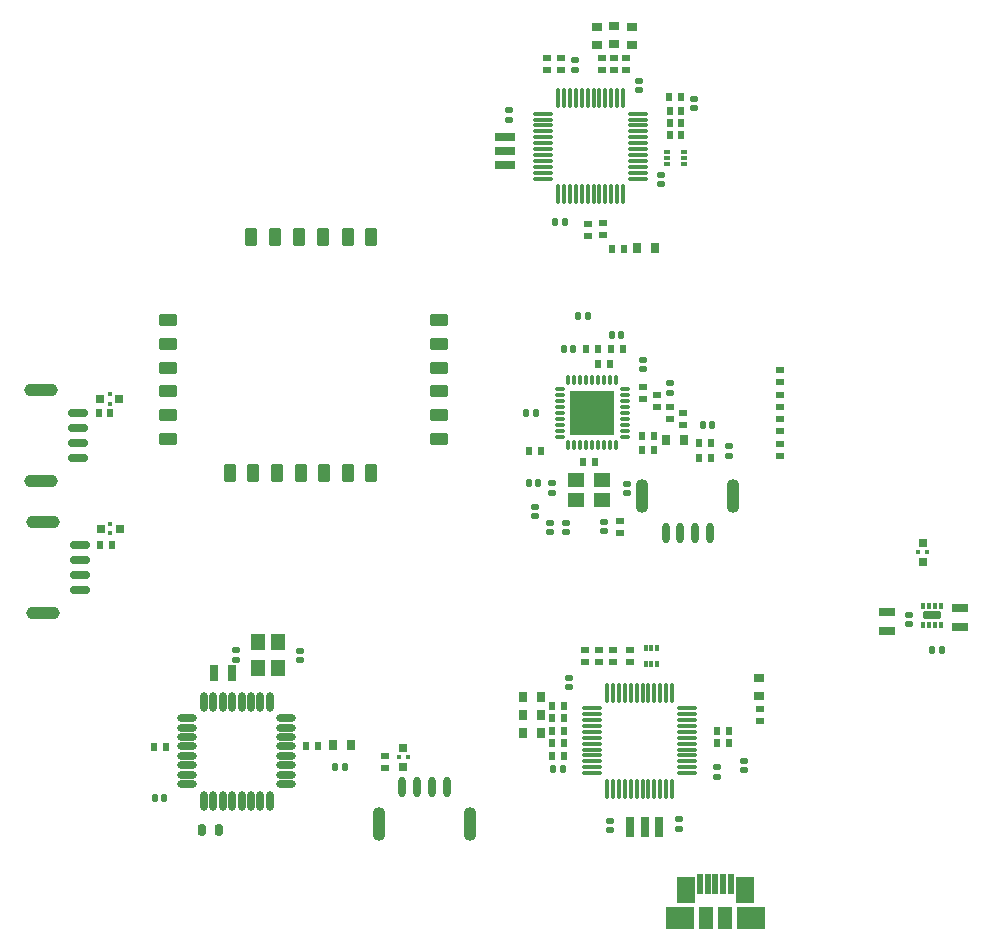
<source format=gbp>
G04 Layer_Color=128*
%FSLAX42Y42*%
%MOMM*%
G71*
G01*
G75*
%ADD95R,0.56X0.66*%
%ADD96R,0.66X0.56*%
G04:AMPARAMS|DCode=97|XSize=0.56mm|YSize=0.66mm|CornerRadius=0.15mm|HoleSize=0mm|Usage=FLASHONLY|Rotation=180.000|XOffset=0mm|YOffset=0mm|HoleType=Round|Shape=RoundedRectangle|*
%AMROUNDEDRECTD97*
21,1,0.56,0.36,0,0,180.0*
21,1,0.25,0.66,0,0,180.0*
1,1,0.30,-0.13,0.18*
1,1,0.30,0.13,0.18*
1,1,0.30,0.13,-0.18*
1,1,0.30,-0.13,-0.18*
%
%ADD97ROUNDEDRECTD97*%
%ADD106R,0.46X0.46*%
%ADD107R,0.46X0.46*%
G04:AMPARAMS|DCode=118|XSize=1.55mm|YSize=1.07mm|CornerRadius=0.28mm|HoleSize=0mm|Usage=FLASHONLY|Rotation=90.000|XOffset=0mm|YOffset=0mm|HoleType=Round|Shape=RoundedRectangle|*
%AMROUNDEDRECTD118*
21,1,1.55,0.51,0,0,90.0*
21,1,0.99,1.07,0,0,90.0*
1,1,0.56,0.25,0.50*
1,1,0.56,0.25,-0.50*
1,1,0.56,-0.25,-0.50*
1,1,0.56,-0.25,0.50*
%
%ADD118ROUNDEDRECTD118*%
G04:AMPARAMS|DCode=119|XSize=1.55mm|YSize=1.07mm|CornerRadius=0.28mm|HoleSize=0mm|Usage=FLASHONLY|Rotation=0.000|XOffset=0mm|YOffset=0mm|HoleType=Round|Shape=RoundedRectangle|*
%AMROUNDEDRECTD119*
21,1,1.55,0.51,0,0,0.0*
21,1,0.99,1.07,0,0,0.0*
1,1,0.56,0.50,-0.25*
1,1,0.56,-0.50,-0.25*
1,1,0.56,-0.50,0.25*
1,1,0.56,0.50,0.25*
%
%ADD119ROUNDEDRECTD119*%
%ADD120R,0.66X0.66*%
%ADD121R,0.66X0.66*%
%ADD124R,0.66X0.97*%
%ADD125O,0.60X1.70*%
%ADD126O,1.70X0.60*%
%ADD127R,1.27X1.47*%
%ADD128O,0.95X0.33*%
%ADD129O,0.33X0.95*%
%ADD130R,3.75X3.75*%
%ADD131R,1.47X1.27*%
G04:AMPARAMS|DCode=132|XSize=0.66mm|YSize=1.75mm|CornerRadius=0.33mm|HoleSize=0mm|Usage=FLASHONLY|Rotation=0.000|XOffset=0mm|YOffset=0mm|HoleType=Round|Shape=RoundedRectangle|*
%AMROUNDEDRECTD132*
21,1,0.66,1.09,0,0,0.0*
21,1,0.00,1.75,0,0,0.0*
1,1,0.66,0.00,-0.55*
1,1,0.66,0.00,-0.55*
1,1,0.66,0.00,0.55*
1,1,0.66,0.00,0.55*
%
%ADD132ROUNDEDRECTD132*%
G04:AMPARAMS|DCode=133|XSize=2.87mm|YSize=1.07mm|CornerRadius=0.53mm|HoleSize=0mm|Usage=FLASHONLY|Rotation=270.000|XOffset=0mm|YOffset=0mm|HoleType=Round|Shape=RoundedRectangle|*
%AMROUNDEDRECTD133*
21,1,2.87,0.00,0,0,270.0*
21,1,1.80,1.07,0,0,270.0*
1,1,1.07,0.00,-0.90*
1,1,1.07,0.00,0.90*
1,1,1.07,0.00,0.90*
1,1,1.07,0.00,-0.90*
%
%ADD133ROUNDEDRECTD133*%
%ADD134R,0.36X0.51*%
%ADD135O,1.85X0.35*%
%ADD136O,0.35X1.85*%
%ADD137R,0.97X0.66*%
%ADD138R,0.76X1.75*%
%ADD139R,0.51X0.36*%
%ADD140R,1.75X0.76*%
G04:AMPARAMS|DCode=141|XSize=0.66mm|YSize=1.75mm|CornerRadius=0.33mm|HoleSize=0mm|Usage=FLASHONLY|Rotation=90.000|XOffset=0mm|YOffset=0mm|HoleType=Round|Shape=RoundedRectangle|*
%AMROUNDEDRECTD141*
21,1,0.66,1.09,0,0,90.0*
21,1,0.00,1.75,0,0,90.0*
1,1,0.66,0.55,0.00*
1,1,0.66,0.55,0.00*
1,1,0.66,-0.55,0.00*
1,1,0.66,-0.55,0.00*
%
%ADD141ROUNDEDRECTD141*%
G04:AMPARAMS|DCode=142|XSize=2.87mm|YSize=1.07mm|CornerRadius=0.53mm|HoleSize=0mm|Usage=FLASHONLY|Rotation=0.000|XOffset=0mm|YOffset=0mm|HoleType=Round|Shape=RoundedRectangle|*
%AMROUNDEDRECTD142*
21,1,2.87,0.00,0,0,0.0*
21,1,1.80,1.07,0,0,0.0*
1,1,1.07,0.90,0.00*
1,1,1.07,-0.90,0.00*
1,1,1.07,-0.90,0.00*
1,1,1.07,0.90,0.00*
%
%ADD142ROUNDEDRECTD142*%
G04:AMPARAMS|DCode=143|XSize=0.76mm|YSize=1.47mm|CornerRadius=0.17mm|HoleSize=0mm|Usage=FLASHONLY|Rotation=270.000|XOffset=0mm|YOffset=0mm|HoleType=Round|Shape=RoundedRectangle|*
%AMROUNDEDRECTD143*
21,1,0.76,1.14,0,0,270.0*
21,1,0.43,1.47,0,0,270.0*
1,1,0.34,-0.57,-0.21*
1,1,0.34,-0.57,0.21*
1,1,0.34,0.57,0.21*
1,1,0.34,0.57,-0.21*
%
%ADD143ROUNDEDRECTD143*%
G04:AMPARAMS|DCode=144|XSize=0.56mm|YSize=0.36mm|CornerRadius=0.09mm|HoleSize=0mm|Usage=FLASHONLY|Rotation=270.000|XOffset=0mm|YOffset=0mm|HoleType=Round|Shape=RoundedRectangle|*
%AMROUNDEDRECTD144*
21,1,0.56,0.18,0,0,270.0*
21,1,0.39,0.36,0,0,270.0*
1,1,0.17,-0.09,-0.19*
1,1,0.17,-0.09,0.19*
1,1,0.17,0.09,0.19*
1,1,0.17,0.09,-0.19*
%
%ADD144ROUNDEDRECTD144*%
%ADD145R,0.36X0.56*%
%ADD146R,0.51X1.75*%
%ADD147R,1.55X2.16*%
%ADD148R,2.44X1.96*%
%ADD149R,1.24X1.96*%
G04:AMPARAMS|DCode=150|XSize=0.76mm|YSize=1.37mm|CornerRadius=0.2mm|HoleSize=0mm|Usage=FLASHONLY|Rotation=180.000|XOffset=0mm|YOffset=0mm|HoleType=Round|Shape=RoundedRectangle|*
%AMROUNDEDRECTD150*
21,1,0.76,0.97,0,0,180.0*
21,1,0.36,1.37,0,0,180.0*
1,1,0.41,-0.18,0.48*
1,1,0.41,0.18,0.48*
1,1,0.41,0.18,-0.48*
1,1,0.41,-0.18,-0.48*
%
%ADD150ROUNDEDRECTD150*%
G04:AMPARAMS|DCode=151|XSize=0.56mm|YSize=0.66mm|CornerRadius=0.15mm|HoleSize=0mm|Usage=FLASHONLY|Rotation=270.000|XOffset=0mm|YOffset=0mm|HoleType=Round|Shape=RoundedRectangle|*
%AMROUNDEDRECTD151*
21,1,0.56,0.36,0,0,270.0*
21,1,0.25,0.66,0,0,270.0*
1,1,0.30,-0.18,-0.13*
1,1,0.30,-0.18,0.13*
1,1,0.30,0.18,0.13*
1,1,0.30,0.18,-0.13*
%
%ADD151ROUNDEDRECTD151*%
G04:AMPARAMS|DCode=152|XSize=0.66mm|YSize=0.97mm|CornerRadius=0.18mm|HoleSize=0mm|Usage=FLASHONLY|Rotation=180.000|XOffset=0mm|YOffset=0mm|HoleType=Round|Shape=RoundedRectangle|*
%AMROUNDEDRECTD152*
21,1,0.66,0.61,0,0,180.0*
21,1,0.30,0.97,0,0,180.0*
1,1,0.36,-0.15,0.30*
1,1,0.36,0.15,0.30*
1,1,0.36,0.15,-0.30*
1,1,0.36,-0.15,-0.30*
%
%ADD152ROUNDEDRECTD152*%
G04:AMPARAMS|DCode=153|XSize=0.76mm|YSize=1.37mm|CornerRadius=0.2mm|HoleSize=0mm|Usage=FLASHONLY|Rotation=90.000|XOffset=0mm|YOffset=0mm|HoleType=Round|Shape=RoundedRectangle|*
%AMROUNDEDRECTD153*
21,1,0.76,0.97,0,0,90.0*
21,1,0.36,1.37,0,0,90.0*
1,1,0.41,0.48,0.18*
1,1,0.41,0.48,-0.18*
1,1,0.41,-0.48,-0.18*
1,1,0.41,-0.48,0.18*
%
%ADD153ROUNDEDRECTD153*%
D95*
X7424Y11444D02*
D03*
X7323D02*
D03*
X7411Y12555D02*
D03*
X7310D02*
D03*
X7778Y9733D02*
D03*
X7879Y9733D02*
D03*
X9169Y9738D02*
D03*
X9068Y9738D02*
D03*
X11752Y13099D02*
D03*
X11651D02*
D03*
X11640Y12977D02*
D03*
X11539D02*
D03*
X11438Y13099D02*
D03*
X11539Y13099D02*
D03*
X11908Y12248D02*
D03*
X12009D02*
D03*
X10958Y12233D02*
D03*
X11059D02*
D03*
X12493Y12304D02*
D03*
X12393D02*
D03*
X12393Y12177D02*
D03*
X12494Y12177D02*
D03*
X11911Y12365D02*
D03*
X12012D02*
D03*
X11516Y12146D02*
D03*
X11415Y12146D02*
D03*
X11249Y9652D02*
D03*
X11148D02*
D03*
X12546Y9761D02*
D03*
X12647D02*
D03*
X11146Y9870D02*
D03*
X11247D02*
D03*
X12546Y9868D02*
D03*
X12647D02*
D03*
X11146Y10081D02*
D03*
X11247D02*
D03*
X11146Y9764D02*
D03*
X11247D02*
D03*
X11146Y9975D02*
D03*
X11247D02*
D03*
X12145Y15118D02*
D03*
X12245D02*
D03*
X12245Y15014D02*
D03*
X12144D02*
D03*
X12242Y15230D02*
D03*
X12141D02*
D03*
X12145Y14910D02*
D03*
X12245D02*
D03*
X11757Y13945D02*
D03*
X11656Y13945D02*
D03*
D96*
X9733Y9655D02*
D03*
Y9554D02*
D03*
X11920Y12678D02*
D03*
Y12779D02*
D03*
X12261Y12562D02*
D03*
Y12461D02*
D03*
X12037Y12709D02*
D03*
Y12609D02*
D03*
X11727Y11643D02*
D03*
Y11542D02*
D03*
X12151Y12610D02*
D03*
Y12510D02*
D03*
X12911Y10055D02*
D03*
Y9954D02*
D03*
X11427Y10553D02*
D03*
Y10452D02*
D03*
X11547Y10553D02*
D03*
Y10452D02*
D03*
X11669Y10453D02*
D03*
Y10554D02*
D03*
X11811Y10453D02*
D03*
Y10554D02*
D03*
X11674Y15567D02*
D03*
Y15466D02*
D03*
X11453Y14162D02*
D03*
Y14061D02*
D03*
X11580Y14165D02*
D03*
X11580Y14064D02*
D03*
X11775Y15567D02*
D03*
Y15466D02*
D03*
X11229Y15459D02*
D03*
Y15560D02*
D03*
X11107Y15562D02*
D03*
X11107Y15461D02*
D03*
X11575Y15562D02*
D03*
Y15461D02*
D03*
X13076Y12823D02*
D03*
Y12924D02*
D03*
Y12612D02*
D03*
Y12713D02*
D03*
Y12404D02*
D03*
Y12504D02*
D03*
Y12193D02*
D03*
Y12294D02*
D03*
D97*
X7786Y9296D02*
D03*
X7866Y9296D02*
D03*
X9315Y9563D02*
D03*
X9395D02*
D03*
X10951Y11968D02*
D03*
X11031Y11968D02*
D03*
X11737Y13219D02*
D03*
X11657D02*
D03*
X10933Y12556D02*
D03*
X11013D02*
D03*
X12506Y12454D02*
D03*
X12426Y12454D02*
D03*
X11328Y13097D02*
D03*
X11248D02*
D03*
X11372Y13381D02*
D03*
X11452D02*
D03*
X11159Y9543D02*
D03*
X11239Y9543D02*
D03*
X11257Y14178D02*
D03*
X11177Y14178D02*
D03*
X14447Y10549D02*
D03*
X14367D02*
D03*
D106*
X7409Y11621D02*
D03*
Y11540D02*
D03*
X7407Y12636D02*
D03*
Y12717D02*
D03*
D107*
X9850Y9642D02*
D03*
X9931D02*
D03*
X14247Y11379D02*
D03*
X14327D02*
D03*
D118*
X9220Y12048D02*
D03*
X9420D02*
D03*
X9620D02*
D03*
X9020Y12048D02*
D03*
X8819D02*
D03*
X8618D02*
D03*
X8420D02*
D03*
X9010Y14048D02*
D03*
X9210D02*
D03*
X9420D02*
D03*
X9620D02*
D03*
X8800D02*
D03*
X8600D02*
D03*
D119*
X10195Y12342D02*
D03*
Y12542D02*
D03*
Y12742D02*
D03*
Y12942D02*
D03*
Y13142D02*
D03*
Y13343D02*
D03*
X7895Y12342D02*
D03*
Y12542D02*
D03*
X7895Y12742D02*
D03*
X7895Y12942D02*
D03*
Y13142D02*
D03*
Y13343D02*
D03*
D120*
X7328Y11580D02*
D03*
X7489D02*
D03*
X7487Y12676D02*
D03*
X7325D02*
D03*
D121*
X9891Y9561D02*
D03*
X9891Y9722D02*
D03*
X14288Y11298D02*
D03*
X14288Y11459D02*
D03*
D124*
X9294Y9749D02*
D03*
X9445Y9749D02*
D03*
X12118Y12332D02*
D03*
X12270Y12332D02*
D03*
X11052Y9850D02*
D03*
X10900D02*
D03*
X11052Y10003D02*
D03*
X10900D02*
D03*
X11052Y10155D02*
D03*
X10900D02*
D03*
X11867Y13955D02*
D03*
X12018D02*
D03*
D125*
X8201Y10115D02*
D03*
X8281D02*
D03*
X8361Y10115D02*
D03*
X8441Y10115D02*
D03*
X8521D02*
D03*
X8601D02*
D03*
X8681Y10115D02*
D03*
X8761Y10115D02*
D03*
Y9275D02*
D03*
X8681D02*
D03*
X8601D02*
D03*
X8521Y9275D02*
D03*
X8441Y9275D02*
D03*
X8361D02*
D03*
X8281Y9275D02*
D03*
X8201Y9275D02*
D03*
D126*
X8901Y9975D02*
D03*
X8901Y9895D02*
D03*
Y9815D02*
D03*
X8901Y9735D02*
D03*
X8901Y9655D02*
D03*
X8901Y9575D02*
D03*
X8901Y9495D02*
D03*
Y9415D02*
D03*
X8061Y9415D02*
D03*
Y9495D02*
D03*
Y9575D02*
D03*
Y9655D02*
D03*
Y9735D02*
D03*
Y9815D02*
D03*
Y9895D02*
D03*
Y9975D02*
D03*
D127*
X8659Y10621D02*
D03*
X8659Y10399D02*
D03*
X8830Y10621D02*
D03*
X8830Y10399D02*
D03*
D128*
X11213Y12559D02*
D03*
X11763Y12759D02*
D03*
Y12709D02*
D03*
X11763Y12659D02*
D03*
X11763Y12609D02*
D03*
X11763Y12559D02*
D03*
Y12509D02*
D03*
X11763Y12459D02*
D03*
X11763Y12409D02*
D03*
X11763Y12359D02*
D03*
X11213Y12759D02*
D03*
Y12709D02*
D03*
X11213Y12609D02*
D03*
X11213Y12659D02*
D03*
Y12509D02*
D03*
Y12459D02*
D03*
X11213Y12409D02*
D03*
X11213Y12359D02*
D03*
D129*
X11288Y12834D02*
D03*
X11338Y12834D02*
D03*
X11388Y12834D02*
D03*
X11438D02*
D03*
X11488Y12834D02*
D03*
X11538Y12834D02*
D03*
X11588D02*
D03*
X11638Y12834D02*
D03*
X11688Y12834D02*
D03*
X11688Y12284D02*
D03*
X11638Y12284D02*
D03*
X11488Y12284D02*
D03*
X11438D02*
D03*
X11388D02*
D03*
X11338Y12284D02*
D03*
X11288Y12284D02*
D03*
X11538D02*
D03*
X11588D02*
D03*
D130*
X11488Y12559D02*
D03*
D131*
X11576Y11993D02*
D03*
X11354Y11993D02*
D03*
X11576Y11822D02*
D03*
X11354D02*
D03*
D132*
X12486Y11540D02*
D03*
X12361Y11540D02*
D03*
X12235Y11540D02*
D03*
X12111Y11540D02*
D03*
X9883Y9392D02*
D03*
X10008D02*
D03*
X10134D02*
D03*
X10258D02*
D03*
D133*
X12681Y11855D02*
D03*
X11915Y11855D02*
D03*
X9688Y9077D02*
D03*
X10454Y9077D02*
D03*
D134*
X12041Y10571D02*
D03*
X11991D02*
D03*
X11941D02*
D03*
Y10435D02*
D03*
X11991D02*
D03*
X12041D02*
D03*
D135*
X12296Y9509D02*
D03*
Y9559D02*
D03*
Y9609D02*
D03*
X12296Y9659D02*
D03*
X12296Y9709D02*
D03*
Y9759D02*
D03*
Y9809D02*
D03*
X12296Y9859D02*
D03*
X12296Y9909D02*
D03*
Y9959D02*
D03*
Y10009D02*
D03*
Y10059D02*
D03*
X11486D02*
D03*
X11486Y10009D02*
D03*
Y9959D02*
D03*
Y9909D02*
D03*
Y9859D02*
D03*
Y9809D02*
D03*
Y9759D02*
D03*
Y9709D02*
D03*
X11486Y9659D02*
D03*
Y9609D02*
D03*
X11486Y9559D02*
D03*
X11486Y9509D02*
D03*
X11881Y14543D02*
D03*
Y14593D02*
D03*
Y14643D02*
D03*
Y14693D02*
D03*
Y14743D02*
D03*
Y14793D02*
D03*
Y14843D02*
D03*
Y14893D02*
D03*
Y14943D02*
D03*
Y14993D02*
D03*
Y15043D02*
D03*
Y15093D02*
D03*
X11071D02*
D03*
X11071Y15043D02*
D03*
Y14993D02*
D03*
X11071Y14943D02*
D03*
Y14893D02*
D03*
X11071Y14843D02*
D03*
X11071Y14793D02*
D03*
Y14743D02*
D03*
Y14693D02*
D03*
Y14643D02*
D03*
Y14593D02*
D03*
X11071Y14543D02*
D03*
D136*
X12166Y10189D02*
D03*
X12116D02*
D03*
X12066D02*
D03*
X12016D02*
D03*
X11966D02*
D03*
X11916D02*
D03*
X11866D02*
D03*
X11816D02*
D03*
X11766D02*
D03*
X11716D02*
D03*
X11666D02*
D03*
X11616D02*
D03*
X11616Y9379D02*
D03*
X11666D02*
D03*
X11716D02*
D03*
X11766D02*
D03*
X11816Y9379D02*
D03*
X11866Y9379D02*
D03*
X11916D02*
D03*
X11966D02*
D03*
X12016D02*
D03*
X12066D02*
D03*
X12116D02*
D03*
X12166Y9379D02*
D03*
X11201Y14413D02*
D03*
X11251D02*
D03*
X11301Y14413D02*
D03*
X11351D02*
D03*
X11401Y14413D02*
D03*
X11451D02*
D03*
X11501Y14413D02*
D03*
X11551D02*
D03*
X11601D02*
D03*
X11651D02*
D03*
X11701D02*
D03*
X11751D02*
D03*
Y15223D02*
D03*
X11701D02*
D03*
X11651D02*
D03*
X11601D02*
D03*
X11551D02*
D03*
X11501D02*
D03*
X11451Y15223D02*
D03*
X11401Y15223D02*
D03*
X11351D02*
D03*
X11301D02*
D03*
X11251D02*
D03*
X11201Y15223D02*
D03*
D137*
X12903Y10165D02*
D03*
Y10316D02*
D03*
X11532Y15672D02*
D03*
Y15823D02*
D03*
X11824Y15677D02*
D03*
X11824Y15828D02*
D03*
X11676Y15682D02*
D03*
Y15833D02*
D03*
D138*
X11811Y9055D02*
D03*
X11933D02*
D03*
X12053D02*
D03*
D139*
X12263Y14669D02*
D03*
Y14719D02*
D03*
Y14770D02*
D03*
X12127D02*
D03*
Y14719D02*
D03*
X12127Y14669D02*
D03*
D140*
X10747Y14897D02*
D03*
Y14775D02*
D03*
Y14655D02*
D03*
D141*
X7134Y12555D02*
D03*
Y12430D02*
D03*
Y12304D02*
D03*
Y12179D02*
D03*
X7152Y11437D02*
D03*
Y11312D02*
D03*
Y11186D02*
D03*
Y11062D02*
D03*
D142*
X6819Y12750D02*
D03*
X6819Y11984D02*
D03*
X6837Y11632D02*
D03*
Y10866D02*
D03*
D143*
X14364Y10848D02*
D03*
D144*
X14288Y10767D02*
D03*
X14338D02*
D03*
X14389Y10767D02*
D03*
X14439Y10767D02*
D03*
Y10928D02*
D03*
X14389D02*
D03*
X14338D02*
D03*
D145*
X14288D02*
D03*
D146*
X12532Y8567D02*
D03*
X12598D02*
D03*
X12467D02*
D03*
X12402D02*
D03*
X12664D02*
D03*
D147*
X12784Y8517D02*
D03*
X12282D02*
D03*
D148*
X12830Y8285D02*
D03*
X12237Y8285D02*
D03*
D149*
X12449Y8285D02*
D03*
X12616D02*
D03*
D150*
X8444Y10356D02*
D03*
X8284Y10356D02*
D03*
D151*
X8473Y10471D02*
D03*
X8473Y10551D02*
D03*
X9017Y10545D02*
D03*
X9017Y10465D02*
D03*
X11008Y11763D02*
D03*
Y11683D02*
D03*
X12151Y12729D02*
D03*
X12151Y12809D02*
D03*
X11133Y11551D02*
D03*
Y11631D02*
D03*
X11148Y11883D02*
D03*
X11148Y11963D02*
D03*
X11920Y12930D02*
D03*
X11920Y13010D02*
D03*
X11587Y11556D02*
D03*
X11587Y11636D02*
D03*
X12649Y12276D02*
D03*
X12649Y12196D02*
D03*
X11781Y11877D02*
D03*
X11781Y11957D02*
D03*
X11267Y11548D02*
D03*
X11267Y11628D02*
D03*
X11641Y9025D02*
D03*
X11641Y9105D02*
D03*
X12222Y9040D02*
D03*
Y9121D02*
D03*
X12545Y9560D02*
D03*
X12545Y9480D02*
D03*
X12774Y9613D02*
D03*
X12774Y9533D02*
D03*
X11293Y10237D02*
D03*
Y10317D02*
D03*
X11887Y15369D02*
D03*
Y15289D02*
D03*
X11346Y15544D02*
D03*
X11346Y15464D02*
D03*
X10782Y15043D02*
D03*
X10782Y15123D02*
D03*
X12352Y15139D02*
D03*
Y15219D02*
D03*
X12075Y14576D02*
D03*
X12075Y14496D02*
D03*
X14173Y10768D02*
D03*
Y10848D02*
D03*
D152*
X8188Y9027D02*
D03*
X8328Y9027D02*
D03*
D153*
X13985Y10872D02*
D03*
X13985Y10712D02*
D03*
X14600Y10905D02*
D03*
Y10745D02*
D03*
M02*

</source>
